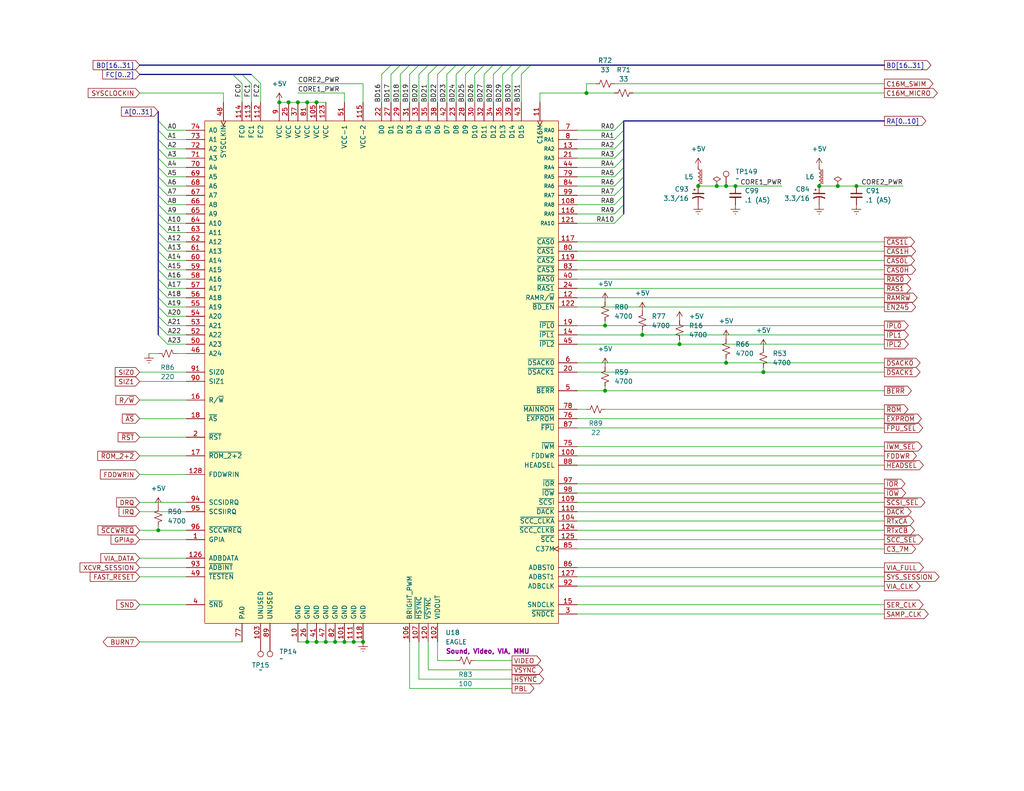
<source format=kicad_sch>
(kicad_sch (version 20250114) (generator "eeschema") (generator_version "9.0")
  (paper "USLetter")
  (title_block (title "Macintosh Classic II Revision B") (date "2025-05-29") (company "Apple Computer") (comment 1 "drawn by Bradley Bell"))
  (lib_symbols
    (symbol "AppleASIC:EAGLE" (pin_names (offset 1.016))
      (property "Reference" "U" (at -1.27 12.7 0))
      (property "Value" "EAGLE" (at 0 19.05 0))
      (symbol "EAGLE_1_1"
        (rectangle (start -48.26 73.66) (end 48.26 -63.5) (fill (type background)))
        (pin input line (at -53.34 71.12 0) (length 5.08) (name "A0") (number "74"))
        (pin input line (at -53.34 68.58 0) (length 5.08) (name "A1") (number "73"))
        (pin input line (at -53.34 66.04 0) (length 5.08) (name "A2") (number "72"))
        (pin input line (at -53.34 63.5 0) (length 5.08) (name "A3") (number "71"))
        (pin input line (at -53.34 60.96 0) (length 5.08) (name "A4") (number "70"))
        (pin input line (at -53.34 58.42 0) (length 5.08) (name "A5") (number "69"))
        (pin input line (at -53.34 55.88 0) (length 5.08) (name "A6") (number "68"))
        (pin input line (at -53.34 53.34 0) (length 5.08) (name "A7") (number "67"))
        (pin input line (at -53.34 50.8 0) (length 5.08) (name "A8") (number "66"))
        (pin input line (at -53.34 48.26 0) (length 5.08) (name "A9") (number "65"))
        (pin input line (at -53.34 45.72 0) (length 5.08) (name "A10") (number "64"))
        (pin input line (at -53.34 43.18 0) (length 5.08) (name "A11") (number "63"))
        (pin input line (at -53.34 40.64 0) (length 5.08) (name "A12") (number "62"))
        (pin input line (at -53.34 38.1 0) (length 5.08) (name "A13") (number "61"))
        (pin input line (at -53.34 35.56 0) (length 5.08) (name "A14") (number "60"))
        (pin input line (at -53.34 33.02 0) (length 5.08) (name "A15") (number "59"))
        (pin input line (at -53.34 30.48 0) (length 5.08) (name "A16") (number "58"))
        (pin input line (at -53.34 27.94 0) (length 5.08) (name "A17") (number "57"))
        (pin input line (at -53.34 25.4 0) (length 5.08) (name "A18") (number "56"))
        (pin input line (at -53.34 22.86 0) (length 5.08) (name "A19") (number "55"))
        (pin input line (at -53.34 20.32 0) (length 5.08) (name "A20") (number "54"))
        (pin input line (at -53.34 17.78 0) (length 5.08) (name "A21") (number "53"))
        (pin input line (at -53.34 15.24 0) (length 5.08) (name "A22") (number "52"))
        (pin input line (at -53.34 12.7 0) (length 5.08) (name "A23") (number "50"))
        (pin input line (at -53.34 10.16 0) (length 5.08) (name "A24") (number "46"))
        (pin input line (at -53.34 5.08 0) (length 5.08) (name "SIZ0") (number "91"))
        (pin input line (at -53.34 2.54 0) (length 5.08) (name "SIZ1") (number "90"))
        (pin input line (at -53.34 -2.54 0) (length 5.08) (name "R/~{W}") (number "16"))
        (pin input line (at -53.34 -7.62 0) (length 5.08) (name "~{AS}") (number "18"))
        (pin input line (at -53.34 -12.7 0) (length 5.08) (name "~{RST}") (number "2"))
        (pin input line (at -53.34 -17.78 0) (length 5.08) (name "~{ROM_2+2}") (number "17"))
        (pin input line (at -53.34 -22.86 0) (length 5.08) (name "FDDWRIN") (number "128"))
        (pin input line (at -53.34 -30.48 0) (length 5.08) (name "SCSIDRQ") (number "94"))
        (pin input line (at -53.34 -33.02 0) (length 5.08) (name "SCSIIRQ") (number "95"))
        (pin input line (at -53.34 -38.1 0) (length 5.08) (name "~{SCCWREQ}") (number "96"))
        (pin input line (at -53.34 -40.64 0) (length 5.08) (name "GPIA") (number "1"))
        (pin input line (at -53.34 -45.72 0) (length 5.08) (name "ADBDATA") (number "126"))
        (pin input line (at -53.34 -48.26 0) (length 5.08) (name "~{ADBINT}") (number "93"))
        (pin input line (at -53.34 -50.8 0) (length 5.08) (name "~{TESTEN}") (number "49"))
        (pin input line (at -53.34 -58.42 0) (length 5.08) (name "~{SND}") (number "4"))
        (pin input clock (at -43.18 78.74 270) (length 5.08) (name "SYSCLKIN") (number "48"))
        (pin tri_state line (at -38.1 78.74 270) (length 5.08) (name "FC0") (number "114"))
        (pin bidirectional line (at -38.1 -68.58 90) (length 5.08) (name "PA0") (number "77"))
        (pin tri_state line (at -35.56 78.74 270) (length 5.08) (name "FC1") (number "113"))
        (pin tri_state line (at -33.02 78.74 270) (length 5.08) (name "FC2") (number "112"))
        (pin bidirectional line (at -33.02 -68.58 90) (length 5.08) (name "UNUSED") (number "103"))
        (pin bidirectional line (at -30.48 -68.58 90) (length 5.08) (name "UNUSED") (number "89"))
        (pin power_in line (at -27.94 78.74 270) (length 5.08) (name "VCC") (number "9"))
        (pin power_in line (at -25.4 78.74 270) (length 5.08) (name "VCC") (number "25"))
        (pin power_in line (at -22.86 78.74 270) (length 5.08) (name "VCC") (number "37"))
        (pin passive line (at -22.86 -68.58 90) (length 5.08) (name "GND") (number "10"))
        (pin power_in line (at -20.32 78.74 270) (length 5.08) (name "VCC") (number "81"))
        (pin passive line (at -20.32 -68.58 90) (length 5.08) (name "GND") (number "26"))
        (pin power_in line (at -17.78 78.74 270) (length 5.08) (name "VCC") (number "105"))
        (pin passive line (at -17.78 -68.58 90) (length 5.08) (name "GND") (number "41"))
        (pin power_in line (at -15.24 78.74 270) (length 5.08) (name "VCC") (number "123"))
        (pin passive line (at -15.24 -68.58 90) (length 5.08) (name "GND") (number "47"))
        (pin passive line (at -12.7 -68.58 90) (length 5.08) (name "GND") (number "82"))
        (pin power_in line (at -10.16 78.74 270) (length 5.08) (name "VCC-1") (number "51"))
        (pin passive line (at -10.16 -68.58 90) (length 5.08) (name "GND") (number "101"))
        (pin passive line (at -7.62 -68.58 90) (length 5.08) (name "GND") (number "111"))
        (pin power_in line (at -5.08 78.74 270) (length 5.08) (name "VCC-2") (number "115"))
        (pin passive line (at -5.08 -68.58 90) (length 5.08) (name "GND") (number "118"))
        (pin bidirectional line (at 0 78.74 270) (length 5.08) (name "D0") (number "22"))
        (pin bidirectional line (at 2.54 78.74 270) (length 5.08) (name "D1") (number "27"))
        (pin bidirectional line (at 5.08 78.74 270) (length 5.08) (name "D2") (number "29"))
        (pin bidirectional line (at 7.62 78.74 270) (length 5.08) (name "D3") (number "31"))
        (pin output line (at 7.62 -68.58 90) (length 5.08) (name "BRIGHT_PWM") (number "106"))
        (pin bidirectional line (at 10.16 78.74 270) (length 5.08) (name "D4") (number "33"))
        (pin output line (at 10.16 -68.58 90) (length 5.08) (name "~{HSYNC}") (number "107"))
        (pin bidirectional line (at 12.7 78.74 270) (length 5.08) (name "D5") (number "35"))
        (pin output line (at 12.7 -68.58 90) (length 5.08) (name "~{VSYNC}") (number "120"))
        (pin bidirectional line (at 15.24 78.74 270) (length 5.08) (name "D6") (number "38"))
        (pin output line (at 15.24 -68.58 90) (length 5.08) (name "VIDOUT") (number "102"))
        (pin bidirectional line (at 17.78 78.74 270) (length 5.08) (name "D7") (number "42"))
        (pin bidirectional line (at 20.32 78.74 270) (length 5.08) (name "D8") (number "23"))
        (pin bidirectional line (at 22.86 78.74 270) (length 5.08) (name "D9") (number "28"))
        (pin bidirectional line (at 25.4 78.74 270) (length 5.08) (name "D10") (number "30"))
        (pin bidirectional line (at 27.94 78.74 270) (length 5.08) (name "D11") (number "32"))
        (pin bidirectional line (at 30.48 78.74 270) (length 5.08) (name "D12") (number "34"))
        (pin bidirectional line (at 33.02 78.74 270) (length 5.08) (name "D13") (number "36"))
        (pin bidirectional line (at 35.56 78.74 270) (length 5.08) (name "D14") (number "39"))
        (pin bidirectional line (at 38.1 78.74 270) (length 5.08) (name "D15") (number "43"))
        (pin output clock (at 43.18 78.74 270) (length 5.08) (name "C16M") (number "11"))
        (pin output line (at 53.34 71.12 180) (length 5.08) (name "RA0") (number "7"))
        (pin output line (at 53.34 68.58 180) (length 5.08) (name "RA1") (number "8"))
        (pin output line (at 53.34 66.04 180) (length 5.08) (name "RA2") (number "13"))
        (pin output line (at 53.34 63.5 180) (length 5.08) (name "RA3") (number "21"))
        (pin output line (at 53.34 60.96 180) (length 5.08) (name "RA4") (number "44"))
        (pin output line (at 53.34 58.42 180) (length 5.08) (name "RA5") (number "79"))
        (pin output line (at 53.34 55.88 180) (length 5.08) (name "RA6") (number "84"))
        (pin output line (at 53.34 53.34 180) (length 5.08) (name "RA7") (number "99"))
        (pin output line (at 53.34 50.8 180) (length 5.08) (name "RA8") (number "108"))
        (pin output line (at 53.34 48.26 180) (length 5.08) (name "RA9") (number "116"))
        (pin output line (at 53.34 45.72 180) (length 5.08) (name "RA10") (number "121"))
        (pin output line (at 53.34 40.64 180) (length 5.08) (name "~{CAS0}") (number "117"))
        (pin output line (at 53.34 38.1 180) (length 5.08) (name "~{CAS1}") (number "80"))
        (pin output line (at 53.34 35.56 180) (length 5.08) (name "~{CAS2}") (number "119"))
        (pin output line (at 53.34 33.02 180) (length 5.08) (name "~{CAS3}") (number "83"))
        (pin output line (at 53.34 30.48 180) (length 5.08) (name "~{RAS0}") (number "40"))
        (pin output line (at 53.34 27.94 180) (length 5.08) (name "~{RAS1}") (number "24"))
        (pin output line (at 53.34 25.4 180) (length 5.08) (name "RAMR/~{W}") (number "12"))
        (pin output line (at 53.34 22.86 180) (length 5.08) (name "~{BD_EN}") (number "122"))
        (pin open_collector line (at 53.34 17.78 180) (length 5.08) (name "~{IPL0}") (number "19"))
        (pin open_collector line (at 53.34 15.24 180) (length 5.08) (name "~{IPL1}") (number "14"))
        (pin open_collector line (at 53.34 12.7 180) (length 5.08) (name "~{IPL2}") (number "45"))
        (pin output line (at 53.34 7.62 180) (length 5.08) (name "~{DSACK0}") (number "6"))
        (pin output line (at 53.34 5.08 180) (length 5.08) (name "~{DSACK1}") (number "20"))
        (pin output line (at 53.34 0 180) (length 5.08) (name "~{BERR}") (number "5"))
        (pin output line (at 53.34 -5.08 180) (length 5.08) (name "~{MAINROM}") (number "78"))
        (pin output line (at 53.34 -7.62 180) (length 5.08) (name "~{EXPROM}") (number "76"))
        (pin output line (at 53.34 -10.16 180) (length 5.08) (name "~{FPU}") (number "87"))
        (pin output line (at 53.34 -15.24 180) (length 5.08) (name "~{IWM}") (number "75"))
        (pin output line (at 53.34 -17.78 180) (length 5.08) (name "FDDWR") (number "100"))
        (pin output line (at 53.34 -20.32 180) (length 5.08) (name "HEADSEL") (number "88"))
        (pin output line (at 53.34 -25.4 180) (length 5.08) (name "~{IOR}") (number "97"))
        (pin output line (at 53.34 -27.94 180) (length 5.08) (name "~{IOW}") (number "98"))
        (pin output line (at 53.34 -30.48 180) (length 5.08) (name "~{SCSI}") (number "109"))
        (pin output line (at 53.34 -33.02 180) (length 5.08) (name "~{DACK}") (number "110"))
        (pin output line (at 53.34 -35.56 180) (length 5.08) (name "~{SCC_CLKA}") (number "104"))
        (pin output line (at 53.34 -38.1 180) (length 5.08) (name "~{SCC_CLKB}") (number "124"))
        (pin output line (at 53.34 -40.64 180) (length 5.08) (name "~{SCC}") (number "125"))
        (pin output clock (at 53.34 -43.18 180) (length 5.08) (name "C37M") (number "85"))
        (pin output line (at 53.34 -48.26 180) (length 5.08) (name "ADBST0") (number "86"))
        (pin output line (at 53.34 -50.8 180) (length 5.08) (name "ADBST1") (number "127"))
        (pin output line (at 53.34 -53.34 180) (length 5.08) (name "ADBCLK") (number "92"))
        (pin output line (at 53.34 -58.42 180) (length 5.08) (name "SNDCLK") (number "15"))
        (pin output line (at 53.34 -60.96 180) (length 5.08) (name "~{SNDCE}") (number "3"))
      )
    )
    (symbol "Connector:TestPoint" (pin_numbers (hide yes)) (pin_names (offset 0.762) (hide yes))
      (property "Reference" "TP" (at 0 6.858 0))
      (property "Value" "TestPoint" (at 0 5.08 0))
      (symbol "TestPoint_0_1"
        (circle (center 0 3.302) (radius 0.762))
      )
      (symbol "TestPoint_1_1"
        (pin passive line (at 0 0 90) (length 2.54) (name "1") (number "1"))
      )
    )
    (symbol "Device:C_Polarized_Small_US" (pin_numbers (hide yes)) (pin_names (offset 0.254) (hide yes))
      (property "Reference" "C" (at 0.254 1.778 0))
      (property "Value" "C_Polarized_Small_US" (at 0.254 -2.032 0))
      (symbol "C_Polarized_Small_US_0_1"
        (polyline (pts (xy -1.524 0.508) (xy 1.524 0.508)) (stroke (width 0.3048)))
        (polyline (pts (xy -1.27 1.524) (xy -0.762 1.524)))
        (polyline (pts (xy -1.016 1.27) (xy -1.016 1.778)))
        (arc (start -1.524 -0.762) (mid 0 -0.3734) (end 1.524 -0.762) (stroke (width 0.3048)))
      )
      (symbol "C_Polarized_Small_US_1_1"
        (pin passive line (at 0 2.54 270) (length 2.032) (name "~") (number "1"))
        (pin passive line (at 0 -2.54 90) (length 2.032) (name "~") (number "2"))
      )
    )
    (symbol "Device:C_Small" (pin_numbers (hide yes)) (pin_names (offset 0.254) (hide yes))
      (property "Reference" "C" (at 0.254 1.778 0))
      (property "Value" "C_Small" (at 0.254 -2.032 0))
      (symbol "C_Small_0_1"
        (polyline (pts (xy -1.524 0.508) (xy 1.524 0.508)) (stroke (width 0.3048)))
        (polyline (pts (xy -1.524 -0.508) (xy 1.524 -0.508)) (stroke (width 0.3302)))
      )
      (symbol "C_Small_1_1"
        (pin passive line (at 0 2.54 270) (length 2.032) (name "~") (number "1"))
        (pin passive line (at 0 -2.54 90) (length 2.032) (name "~") (number "2"))
      )
    )
    (symbol "Device:L_Ferrite_Small" (pin_numbers (hide yes)) (pin_names (offset 0.254) (hide yes))
      (property "Reference" "L" (at 1.27 1.016 0))
      (property "Value" "L_Ferrite_Small" (at 1.27 -1.27 0))
      (symbol "L_Ferrite_Small_0_1"
        (arc (start 0 2.032) (mid 0.5058 1.524) (end 0 1.016))
        (arc (start 0 1.016) (mid 0.5058 0.508) (end 0 0))
        (arc (start 0 0) (mid 0.5058 -0.508) (end 0 -1.016))
        (arc (start 0 -1.016) (mid 0.5058 -1.524) (end 0 -2.032))
        (polyline (pts (xy 0.762 1.651) (xy 0.762 1.905)))
        (polyline (pts (xy 0.762 1.143) (xy 0.762 1.397)))
        (polyline (pts (xy 0.762 0.635) (xy 0.762 0.889)))
        (polyline (pts (xy 0.762 0.127) (xy 0.762 0.381)))
        (polyline (pts (xy 0.762 -0.381) (xy 0.762 -0.127)))
        (polyline (pts (xy 0.762 -0.889) (xy 0.762 -0.635)))
        (polyline (pts (xy 0.762 -1.397) (xy 0.762 -1.143)))
        (polyline (pts (xy 0.762 -1.905) (xy 0.762 -1.651)))
        (polyline (pts (xy 1.016 1.905) (xy 1.016 1.651)))
        (polyline (pts (xy 1.016 1.397) (xy 1.016 1.143)))
        (polyline (pts (xy 1.016 0.889) (xy 1.016 0.635)))
        (polyline (pts (xy 1.016 0.381) (xy 1.016 0.127)))
        (polyline (pts (xy 1.016 -0.127) (xy 1.016 -0.381)))
        (polyline (pts (xy 1.016 -0.635) (xy 1.016 -0.889)))
        (polyline (pts (xy 1.016 -1.143) (xy 1.016 -1.397)))
        (polyline (pts (xy 1.016 -1.651) (xy 1.016 -1.905)))
      )
      (symbol "L_Ferrite_Small_1_1"
        (pin passive line (at 0 2.54 270) (length 0.508) (name "~") (number "1"))
        (pin passive line (at 0 -2.54 90) (length 0.508) (name "~") (number "2"))
      )
    )
    (symbol "Device:R_Small_US" (pin_numbers (hide yes)) (pin_names (offset 0.254) (hide yes))
      (property "Reference" "R" (at 0.762 0.508 0))
      (property "Value" "R_Small_US" (at 0.762 -1.016 0))
      (symbol "R_Small_US_1_1"
        (polyline (pts (xy 0 1.524) (xy 1.016 1.143) (xy 0 0.762) (xy -1.016 0.381) (xy 0 0)))
        (polyline (pts (xy 0 0) (xy 1.016 -0.381) (xy 0 -0.762) (xy -1.016 -1.143) (xy 0 -1.524)))
        (pin passive line (at 0 2.54 270) (length 1.016) (name "~") (number "1"))
        (pin passive line (at 0 -2.54 90) (length 1.016) (name "~") (number "2"))
      )
    )
    (symbol "power:+5V" (power) (pin_numbers (hide yes)) (pin_names (offset 0) (hide yes))
      (property "Value" "+5V" (at 0 3.556 0))
      (symbol "+5V_0_1"
        (polyline (pts (xy -0.762 1.27) (xy 0 2.54)))
        (polyline (pts (xy 0 2.54) (xy 0.762 1.27)))
        (polyline (pts (xy 0 0) (xy 0 2.54)))
      )
      (symbol "+5V_1_1"
        (pin power_in line (at 0 0 90) (length 0) (name "~") (number "1"))
      )
    )
    (symbol "power:GNDREF" (power) (pin_numbers (hide yes)) (pin_names (offset 0) (hide yes))
      (property "Value" "GNDREF" (at 0 -3.81 0))
      (symbol "GNDREF_0_1"
        (polyline (pts (xy -0.635 -1.905) (xy 0.635 -1.905)))
        (polyline (pts (xy -0.127 -2.54) (xy 0.127 -2.54)))
        (polyline (pts (xy 0 -1.27) (xy 0 0)))
        (polyline (pts (xy 1.27 -1.27) (xy -1.27 -1.27)))
      )
      (symbol "GNDREF_1_1"
        (pin power_in line (at 0 0 270) (length 0) (name "~") (number "1"))
      )
    )
    (symbol "power:PWR_FLAG" (power) (pin_numbers (hide yes)) (pin_names (offset 0) (hide yes))
      (property "Value" "PWR_FLAG" (at 0 3.81 0))
      (symbol "PWR_FLAG_0_0"
        (pin power_out line (at 0 0 90) (length 0) (name "~") (number "1"))
      )
      (symbol "PWR_FLAG_0_1"
        (polyline (pts (xy 0 0) (xy 0 1.27) (xy -1.016 1.905) (xy 0 2.54) (xy 1.016 1.905) (xy 0 1.27)))
      )
    )
  )
  (junction (at 86.36 175.26))
  (junction (at 228.6 50.8))
  (junction (at 175.26 91.44))
  (junction (at 91.44 175.26))
  (junction (at 81.28 27.94))
  (junction (at 185.42 93.98))
  (junction (at 233.68 50.8))
  (junction (at 76.2 27.94))
  (junction (at 88.9 175.26))
  (junction (at 190.5 50.8))
  (junction (at 208.28 101.6))
  (junction (at 165.1 88.9))
  (junction (at 223.52 50.8))
  (junction (at 93.98 175.26))
  (junction (at 86.36 27.94))
  (junction (at 198.12 50.8))
  (junction (at 160.02 25.4))
  (junction (at 83.82 175.26))
  (junction (at 96.52 175.26))
  (junction (at 83.82 27.94))
  (junction (at 200.66 50.8))
  (junction (at 195.58 50.8))
  (junction (at 43.18 144.78))
  (junction (at 198.12 99.06))
  (junction (at 165.1 106.68))
  (junction (at 99.06 175.26))
  (junction (at 78.74 27.94))
  (bus_entry (at 43.18 33.02) (size 2.54 2.54))
  (bus_entry (at 167.64 40.64) (size 2.54 -2.54))
  (bus_entry (at 167.64 55.88) (size 2.54 -2.54))
  (bus_entry (at 167.64 38.1) (size 2.54 -2.54))
  (bus_entry (at 167.64 53.34) (size 2.54 -2.54))
  (bus_entry (at 66.04 22.86) (size -2.54 -2.54))
  (bus_entry (at 68.58 22.86) (size -2.54 -2.54))
  (bus_entry (at 43.18 66.04) (size 2.54 2.54))
  (bus_entry (at 167.64 45.72) (size 2.54 -2.54))
  (bus_entry (at 43.18 68.58) (size 2.54 2.54))
  (bus_entry (at 167.64 48.26) (size 2.54 -2.54))
  (bus_entry (at 43.18 88.9) (size 2.54 2.54))
  (bus_entry (at 139.7 20.32) (size 2.54 -2.54))
  (bus_entry (at 114.3 20.32) (size 2.54 -2.54))
  (bus_entry (at 43.18 53.34) (size 2.54 2.54))
  (bus_entry (at 43.18 63.5) (size 2.54 2.54))
  (bus_entry (at 43.18 38.1) (size 2.54 2.54))
  (bus_entry (at 43.18 81.28) (size 2.54 2.54))
  (bus_entry (at 43.18 83.82) (size 2.54 2.54))
  (bus_entry (at 43.18 55.88) (size 2.54 2.54))
  (bus_entry (at 43.18 40.64) (size 2.54 2.54))
  (bus_entry (at 106.68 20.32) (size 2.54 -2.54))
  (bus_entry (at 43.18 71.12) (size 2.54 2.54))
  (bus_entry (at 43.18 73.66) (size 2.54 2.54))
  (bus_entry (at 121.92 20.32) (size 2.54 -2.54))
  (bus_entry (at 167.64 58.42) (size 2.54 -2.54))
  (bus_entry (at 132.08 20.32) (size 2.54 -2.54))
  (bus_entry (at 127 20.32) (size 2.54 -2.54))
  (bus_entry (at 43.18 60.96) (size 2.54 2.54))
  (bus_entry (at 43.18 58.42) (size 2.54 2.54))
  (bus_entry (at 43.18 45.72) (size 2.54 2.54))
  (bus_entry (at 111.76 20.32) (size 2.54 -2.54))
  (bus_entry (at 119.38 20.32) (size 2.54 -2.54))
  (bus_entry (at 134.62 20.32) (size 2.54 -2.54))
  (bus_entry (at 124.46 20.32) (size 2.54 -2.54))
  (bus_entry (at 167.64 50.8) (size 2.54 -2.54))
  (bus_entry (at 43.18 86.36) (size 2.54 2.54))
  (bus_entry (at 142.24 20.32) (size 2.54 -2.54))
  (bus_entry (at 167.64 35.56) (size 2.54 -2.54))
  (bus_entry (at 167.64 60.96) (size 2.54 -2.54))
  (bus_entry (at 43.18 78.74) (size 2.54 2.54))
  (bus_entry (at 43.18 50.8) (size 2.54 2.54))
  (bus_entry (at 137.16 20.32) (size 2.54 -2.54))
  (bus_entry (at 43.18 43.18) (size 2.54 2.54))
  (bus_entry (at 43.18 35.56) (size 2.54 2.54))
  (bus_entry (at 43.18 76.2) (size 2.54 2.54))
  (bus_entry (at 71.12 22.86) (size -2.54 -2.54))
  (bus_entry (at 116.84 20.32) (size 2.54 -2.54))
  (bus_entry (at 43.18 48.26) (size 2.54 2.54))
  (bus_entry (at 167.64 43.18) (size 2.54 -2.54))
  (bus_entry (at 109.22 20.32) (size 2.54 -2.54))
  (bus_entry (at 129.54 20.32) (size 2.54 -2.54))
  (bus_entry (at 43.18 91.44) (size 2.54 2.54))
  (bus_entry (at 104.14 20.32) (size 2.54 -2.54))
  (wire (pts (xy 157.48 73.66) (xy 241.3 73.66)))
  (wire (pts (xy 157.48 60.96) (xy 167.64 60.96)))
  (wire (pts (xy 45.72 60.96) (xy 50.8 60.96)))
  (wire (pts (xy 96.52 175.26) (xy 99.06 175.26)))
  (wire (pts (xy 38.1 25.4) (xy 60.96 25.4)))
  (wire (pts (xy 45.72 68.58) (xy 50.8 68.58)))
  (bus (pts (xy 144.78 17.78) (xy 241.3 17.78)))
  (wire (pts (xy 86.36 27.94) (xy 88.9 27.94)))
  (bus (pts (xy 142.24 17.78) (xy 144.78 17.78)))
  (bus (pts (xy 43.18 50.8) (xy 43.18 48.26)))
  (wire (pts (xy 157.48 48.26) (xy 167.64 48.26)))
  (bus (pts (xy 116.84 17.78) (xy 119.38 17.78)))
  (wire (pts (xy 147.32 25.4) (xy 160.02 25.4)))
  (wire (pts (xy 160.02 22.86) (xy 160.02 25.4)))
  (wire (pts (xy 119.38 180.34) (xy 119.38 175.26)))
  (bus (pts (xy 43.18 86.36) (xy 43.18 83.82)))
  (wire (pts (xy 185.42 93.98) (xy 241.3 93.98)))
  (bus (pts (xy 124.46 17.78) (xy 127 17.78)))
  (wire (pts (xy 175.26 90.17) (xy 175.26 91.44)))
  (wire (pts (xy 45.72 35.56) (xy 50.8 35.56)))
  (wire (pts (xy 241.3 167.64) (xy 157.48 167.64)))
  (wire (pts (xy 198.12 50.8) (xy 195.58 50.8)))
  (wire (pts (xy 93.98 175.26) (xy 96.52 175.26)))
  (wire (pts (xy 241.3 88.9) (xy 165.1 88.9)))
  (bus (pts (xy 170.18 45.72) (xy 170.18 43.18)))
  (wire (pts (xy 81.28 22.86) (xy 99.06 22.86)))
  (bus (pts (xy 43.18 81.28) (xy 43.18 78.74)))
  (wire (pts (xy 38.1 137.16) (xy 50.8 137.16)))
  (wire (pts (xy 157.48 165.1) (xy 241.3 165.1)))
  (bus (pts (xy 43.18 55.88) (xy 43.18 53.34)))
  (bus (pts (xy 66.04 20.32) (xy 63.5 20.32)))
  (wire (pts (xy 114.3 185.42) (xy 114.3 175.26)))
  (wire (pts (xy 139.7 185.42) (xy 114.3 185.42)))
  (wire (pts (xy 241.3 101.6) (xy 208.28 101.6)))
  (wire (pts (xy 185.42 92.71) (xy 185.42 93.98)))
  (wire (pts (xy 45.72 48.26) (xy 50.8 48.26)))
  (wire (pts (xy 38.1 152.4) (xy 50.8 152.4)))
  (wire (pts (xy 157.48 139.7) (xy 241.3 139.7)))
  (wire (pts (xy 157.48 55.88) (xy 167.64 55.88)))
  (bus (pts (xy 139.7 17.78) (xy 142.24 17.78)))
  (bus (pts (xy 170.18 55.88) (xy 170.18 53.34)))
  (wire (pts (xy 157.48 53.34) (xy 167.64 53.34)))
  (wire (pts (xy 83.82 27.94) (xy 86.36 27.94)))
  (wire (pts (xy 157.48 35.56) (xy 167.64 35.56)))
  (bus (pts (xy 43.18 63.5) (xy 43.18 60.96)))
  (wire (pts (xy 43.18 144.78) (xy 50.8 144.78)))
  (wire (pts (xy 157.48 45.72) (xy 167.64 45.72)))
  (wire (pts (xy 157.48 40.64) (xy 167.64 40.64)))
  (wire (pts (xy 241.3 22.86) (xy 167.64 22.86)))
  (wire (pts (xy 157.48 154.94) (xy 241.3 154.94)))
  (wire (pts (xy 38.1 129.54) (xy 50.8 129.54)))
  (wire (pts (xy 121.92 20.32) (xy 121.92 27.94)))
  (wire (pts (xy 241.3 25.4) (xy 172.72 25.4)))
  (wire (pts (xy 157.48 137.16) (xy 241.3 137.16)))
  (wire (pts (xy 91.44 175.26) (xy 93.98 175.26)))
  (bus (pts (xy 43.18 48.26) (xy 43.18 45.72)))
  (wire (pts (xy 165.1 88.9) (xy 157.48 88.9)))
  (wire (pts (xy 241.3 83.82) (xy 157.48 83.82)))
  (bus (pts (xy 43.18 66.04) (xy 43.18 63.5)))
  (bus (pts (xy 43.18 88.9) (xy 43.18 86.36)))
  (wire (pts (xy 208.28 100.33) (xy 208.28 101.6)))
  (wire (pts (xy 109.22 20.32) (xy 109.22 27.94)))
  (wire (pts (xy 208.28 101.6) (xy 157.48 101.6)))
  (bus (pts (xy 43.18 76.2) (xy 43.18 73.66)))
  (wire (pts (xy 157.48 43.18) (xy 167.64 43.18)))
  (wire (pts (xy 45.72 78.74) (xy 50.8 78.74)))
  (wire (pts (xy 241.3 99.06) (xy 198.12 99.06)))
  (wire (pts (xy 157.48 116.84) (xy 241.3 116.84)))
  (bus (pts (xy 132.08 17.78) (xy 134.62 17.78)))
  (wire (pts (xy 78.74 27.94) (xy 81.28 27.94)))
  (wire (pts (xy 45.72 58.42) (xy 50.8 58.42)))
  (wire (pts (xy 157.48 38.1) (xy 167.64 38.1)))
  (wire (pts (xy 106.68 20.32) (xy 106.68 27.94)))
  (wire (pts (xy 200.66 50.8) (xy 198.12 50.8)))
  (wire (pts (xy 104.14 20.32) (xy 104.14 27.94)))
  (wire (pts (xy 76.2 27.94) (xy 78.74 27.94)))
  (wire (pts (xy 162.56 22.86) (xy 160.02 22.86)))
  (wire (pts (xy 45.72 93.98) (xy 50.8 93.98)))
  (wire (pts (xy 157.48 149.86) (xy 241.3 149.86)))
  (wire (pts (xy 66.04 22.86) (xy 66.04 27.94)))
  (wire (pts (xy 38.1 139.7) (xy 50.8 139.7)))
  (wire (pts (xy 38.1 109.22) (xy 50.8 109.22)))
  (wire (pts (xy 119.38 20.32) (xy 119.38 27.94)))
  (wire (pts (xy 45.72 73.66) (xy 50.8 73.66)))
  (wire (pts (xy 68.58 22.86) (xy 68.58 27.94)))
  (wire (pts (xy 175.26 91.44) (xy 157.48 91.44)))
  (wire (pts (xy 157.48 68.58) (xy 241.3 68.58)))
  (wire (pts (xy 38.1 119.38) (xy 50.8 119.38)))
  (bus (pts (xy 43.18 91.44) (xy 43.18 88.9)))
  (wire (pts (xy 81.28 25.4) (xy 93.98 25.4)))
  (wire (pts (xy 233.68 50.8) (xy 246.38 50.8)))
  (wire (pts (xy 139.7 180.34) (xy 129.54 180.34)))
  (wire (pts (xy 45.72 81.28) (xy 50.8 81.28)))
  (bus (pts (xy 170.18 50.8) (xy 170.18 48.26)))
  (wire (pts (xy 48.26 96.52) (xy 50.8 96.52)))
  (bus (pts (xy 170.18 40.64) (xy 170.18 38.1)))
  (wire (pts (xy 60.96 25.4) (xy 60.96 27.94)))
  (wire (pts (xy 132.08 20.32) (xy 132.08 27.94)))
  (bus (pts (xy 119.38 17.78) (xy 121.92 17.78)))
  (wire (pts (xy 45.72 45.72) (xy 50.8 45.72)))
  (wire (pts (xy 38.1 157.48) (xy 50.8 157.48)))
  (wire (pts (xy 38.1 104.14) (xy 50.8 104.14)))
  (bus (pts (xy 170.18 58.42) (xy 170.18 55.88)))
  (wire (pts (xy 157.48 93.98) (xy 185.42 93.98)))
  (bus (pts (xy 43.18 83.82) (xy 43.18 81.28)))
  (wire (pts (xy 88.9 175.26) (xy 91.44 175.26)))
  (wire (pts (xy 81.28 175.26) (xy 83.82 175.26)))
  (wire (pts (xy 45.72 53.34) (xy 50.8 53.34)))
  (wire (pts (xy 228.6 50.8) (xy 233.68 50.8)))
  (bus (pts (xy 121.92 17.78) (xy 124.46 17.78)))
  (bus (pts (xy 137.16 17.78) (xy 139.7 17.78)))
  (wire (pts (xy 213.36 50.8) (xy 200.66 50.8)))
  (bus (pts (xy 170.18 43.18) (xy 170.18 40.64)))
  (wire (pts (xy 157.48 132.08) (xy 241.3 132.08)))
  (wire (pts (xy 139.7 187.96) (xy 111.76 187.96)))
  (wire (pts (xy 45.72 76.2) (xy 50.8 76.2)))
  (wire (pts (xy 71.12 22.86) (xy 71.12 27.94)))
  (wire (pts (xy 157.48 71.12) (xy 241.3 71.12)))
  (bus (pts (xy 43.18 38.1) (xy 43.18 35.56)))
  (wire (pts (xy 127 20.32) (xy 127 27.94)))
  (wire (pts (xy 45.72 63.5) (xy 50.8 63.5)))
  (bus (pts (xy 43.18 71.12) (xy 43.18 68.58)))
  (wire (pts (xy 45.72 83.82) (xy 50.8 83.82)))
  (wire (pts (xy 241.3 144.78) (xy 157.48 144.78)))
  (wire (pts (xy 157.48 78.74) (xy 241.3 78.74)))
  (bus (pts (xy 114.3 17.78) (xy 116.84 17.78)))
  (wire (pts (xy 165.1 105.41) (xy 165.1 106.68)))
  (wire (pts (xy 157.48 157.48) (xy 241.3 157.48)))
  (bus (pts (xy 111.76 17.78) (xy 114.3 17.78)))
  (wire (pts (xy 45.72 43.18) (xy 50.8 43.18)))
  (wire (pts (xy 38.1 175.26) (xy 66.04 175.26)))
  (bus (pts (xy 129.54 17.78) (xy 132.08 17.78)))
  (wire (pts (xy 157.48 121.92) (xy 241.3 121.92)))
  (wire (pts (xy 45.72 66.04) (xy 50.8 66.04)))
  (bus (pts (xy 43.18 78.74) (xy 43.18 76.2)))
  (bus (pts (xy 43.18 68.58) (xy 43.18 66.04)))
  (wire (pts (xy 165.1 111.76) (xy 241.3 111.76)))
  (wire (pts (xy 129.54 20.32) (xy 129.54 27.94)))
  (bus (pts (xy 43.18 53.34) (xy 43.18 50.8)))
  (wire (pts (xy 50.8 165.1) (xy 38.1 165.1)))
  (wire (pts (xy 157.48 50.8) (xy 167.64 50.8)))
  (bus (pts (xy 43.18 40.64) (xy 43.18 38.1)))
  (wire (pts (xy 93.98 25.4) (xy 93.98 27.94)))
  (wire (pts (xy 157.48 99.06) (xy 198.12 99.06)))
  (wire (pts (xy 50.8 101.6) (xy 38.1 101.6)))
  (bus (pts (xy 170.18 48.26) (xy 170.18 45.72)))
  (wire (pts (xy 38.1 154.94) (xy 50.8 154.94)))
  (bus (pts (xy 43.18 58.42) (xy 43.18 55.88)))
  (bus (pts (xy 38.1 17.78) (xy 106.68 17.78)))
  (wire (pts (xy 139.7 182.88) (xy 116.84 182.88)))
  (wire (pts (xy 241.3 106.68) (xy 165.1 106.68)))
  (wire (pts (xy 111.76 187.96) (xy 111.76 175.26)))
  (bus (pts (xy 170.18 38.1) (xy 170.18 35.56)))
  (wire (pts (xy 241.3 142.24) (xy 157.48 142.24)))
  (wire (pts (xy 83.82 175.26) (xy 86.36 175.26)))
  (wire (pts (xy 124.46 20.32) (xy 124.46 27.94)))
  (bus (pts (xy 109.22 17.78) (xy 111.76 17.78)))
  (wire (pts (xy 165.1 106.68) (xy 157.48 106.68)))
  (wire (pts (xy 38.1 124.46) (xy 50.8 124.46)))
  (wire (pts (xy 45.72 50.8) (xy 50.8 50.8)))
  (wire (pts (xy 43.18 143.51) (xy 43.18 144.78)))
  (wire (pts (xy 139.7 20.32) (xy 139.7 27.94)))
  (wire (pts (xy 86.36 175.26) (xy 88.9 175.26)))
  (wire (pts (xy 157.48 58.42) (xy 167.64 58.42)))
  (wire (pts (xy 157.48 81.28) (xy 241.3 81.28)))
  (wire (pts (xy 198.12 97.79) (xy 198.12 99.06)))
  (wire (pts (xy 137.16 20.32) (xy 137.16 27.94)))
  (wire (pts (xy 81.28 27.94) (xy 83.82 27.94)))
  (wire (pts (xy 157.48 66.04) (xy 241.3 66.04)))
  (wire (pts (xy 38.1 144.78) (xy 43.18 144.78)))
  (wire (pts (xy 157.48 147.32) (xy 241.3 147.32)))
  (wire (pts (xy 147.32 25.4) (xy 147.32 27.94)))
  (bus (pts (xy 170.18 33.02) (xy 241.3 33.02)))
  (wire (pts (xy 241.3 124.46) (xy 157.48 124.46)))
  (wire (pts (xy 40.64 96.52) (xy 43.18 96.52)))
  (bus (pts (xy 170.18 53.34) (xy 170.18 50.8)))
  (wire (pts (xy 45.72 55.88) (xy 50.8 55.88)))
  (bus (pts (xy 106.68 17.78) (xy 109.22 17.78)))
  (wire (pts (xy 157.48 134.62) (xy 241.3 134.62)))
  (bus (pts (xy 43.18 45.72) (xy 43.18 43.18)))
  (wire (pts (xy 45.72 38.1) (xy 50.8 38.1)))
  (bus (pts (xy 66.04 20.32) (xy 68.58 20.32)))
  (wire (pts (xy 116.84 182.88) (xy 116.84 175.26)))
  (wire (pts (xy 165.1 87.63) (xy 165.1 88.9)))
  (wire (pts (xy 124.46 180.34) (xy 119.38 180.34)))
  (wire (pts (xy 195.58 50.8) (xy 190.5 50.8)))
  (wire (pts (xy 142.24 20.32) (xy 142.24 27.94)))
  (wire (pts (xy 223.52 50.8) (xy 228.6 50.8)))
  (bus (pts (xy 43.18 33.02) (xy 43.18 30.48)))
  (bus (pts (xy 38.1 20.32) (xy 63.5 20.32)))
  (wire (pts (xy 99.06 22.86) (xy 99.06 27.94)))
  (wire (pts (xy 134.62 20.32) (xy 134.62 27.94)))
  (bus (pts (xy 43.18 43.18) (xy 43.18 40.64)))
  (wire (pts (xy 114.3 20.32) (xy 114.3 27.94)))
  (bus (pts (xy 43.18 35.56) (xy 43.18 33.02)))
  (wire (pts (xy 45.72 71.12) (xy 50.8 71.12)))
  (wire (pts (xy 45.72 40.64) (xy 50.8 40.64)))
  (wire (pts (xy 45.72 86.36) (xy 50.8 86.36)))
  (wire (pts (xy 241.3 91.44) (xy 175.26 91.44)))
  (wire (pts (xy 157.48 160.02) (xy 241.3 160.02)))
  (wire (pts (xy 116.84 20.32) (xy 116.84 27.94)))
  (wire (pts (xy 160.02 111.76) (xy 157.48 111.76)))
  (wire (pts (xy 38.1 114.3) (xy 50.8 114.3)))
  (bus (pts (xy 134.62 17.78) (xy 137.16 17.78)))
  (wire (pts (xy 241.3 114.3) (xy 157.48 114.3)))
  (wire (pts (xy 45.72 91.44) (xy 50.8 91.44)))
  (bus (pts (xy 43.18 73.66) (xy 43.18 71.12)))
  (wire (pts (xy 45.72 88.9) (xy 50.8 88.9)))
  (wire (pts (xy 38.1 147.32) (xy 50.8 147.32)))
  (wire (pts (xy 111.76 20.32) (xy 111.76 27.94)))
  (bus (pts (xy 170.18 35.56) (xy 170.18 33.02)))
  (bus (pts (xy 127 17.78) (xy 129.54 17.78)))
  (wire (pts (xy 157.48 127) (xy 241.3 127)))
  (wire (pts (xy 157.48 76.2) (xy 241.3 76.2)))
  (bus (pts (xy 43.18 60.96) (xy 43.18 58.42)))
  (wire (pts (xy 167.64 25.4) (xy 160.02 25.4)))
  (label "RA3" (at 167.64 43.18 180))
  (label "A13" (at 45.72 68.58 0))
  (label "A2" (at 45.72 40.64 0))
  (label "RA1" (at 167.64 38.1 180))
  (label "A20" (at 45.72 86.36 0))
  (label "BD31" (at 142.24 22.86 270))
  (label "A21" (at 45.72 88.9 0))
  (label "A8" (at 45.72 55.88 0))
  (label "A6" (at 45.72 50.8 0))
  (label "A19" (at 45.72 83.82 0))
  (label "A0" (at 45.72 35.56 0))
  (label "CORE1_PWR" (at 213.36 50.8 180))
  (label "RA4" (at 167.64 45.72 180))
  (label "BD20" (at 114.3 22.86 270))
  (label "RA8" (at 167.64 55.88 180))
  (label "BD22" (at 119.38 22.86 270))
  (label "A4" (at 45.72 45.72 0))
  (label "A17" (at 45.72 78.74 0))
  (label "RA0" (at 167.64 35.56 180))
  (label "BD23" (at 121.92 22.86 270))
  (label "RA6" (at 167.64 50.8 180))
  (label "BD29" (at 137.16 22.86 270))
  (label "A5" (at 45.72 48.26 0))
  (label "A16" (at 45.72 76.2 0))
  (label "A18" (at 45.72 81.28 0))
  (label "BD28" (at 134.62 22.86 270))
  (label "FC2" (at 71.12 22.86 270))
  (label "BD21" (at 116.84 22.86 270))
  (label "FC0" (at 66.04 22.86 270))
  (label "CORE2_PWR" (at 246.38 50.8 180))
  (label "BD26" (at 129.54 22.86 270))
  (label "BD16" (at 104.14 22.86 270))
  (label "A23" (at 45.72 93.98 0))
  (label "RA5" (at 167.64 48.26 180))
  (label "A11" (at 45.72 63.5 0))
  (label "A10" (at 45.72 60.96 0))
  (label "A15" (at 45.72 73.66 0))
  (label "A1" (at 45.72 38.1 0))
  (label "RA9" (at 167.64 58.42 180))
  (label "RA7" (at 167.64 53.34 180))
  (label "BD19" (at 111.76 22.86 270))
  (label "BD17" (at 106.68 22.86 270))
  (label "FC1" (at 68.58 22.86 270))
  (label "RA10" (at 167.64 60.96 180))
  (label "A7" (at 45.72 53.34 0))
  (label "A3" (at 45.72 43.18 0))
  (label "BD25" (at 127 22.86 270))
  (label "BD30" (at 139.7 22.86 270))
  (label "CORE2_PWR" (at 81.28 22.86 0))
  (label "BD27" (at 132.08 22.86 270))
  (label "RA2" (at 167.64 40.64 180))
  (label "BD24" (at 124.46 22.86 270))
  (label "A12" (at 45.72 66.04 0))
  (label "A22" (at 45.72 91.44 0))
  (label "A9" (at 45.72 58.42 0))
  (label "BD18" (at 109.22 22.86 270))
  (label "CORE1_PWR" (at 81.28 25.4 0))
  (label "A14" (at 45.72 71.12 0))
  (global_label "BD[16..31]" (shape output) (at 241.3 17.78 0) (property "Intersheetrefs" "${INTERSHEET_REFS}" (at 254.5662 17.78 0) (effects (justify left))))
  (global_label "~{DACK}" (shape output) (at 241.3 139.7 0) (property "Intersheetrefs" "${INTERSHEET_REFS}" (at 249.1838 139.7 0) (effects (justify left))))
  (global_label "~{ROM_2+2}" (shape input) (at 38.1 124.46 180) (property "Intersheetrefs" "${INTERSHEET_REFS}" (at 26.1039 124.46 0) (effects (justify right))))
  (global_label "SYSCLOCKIN" (shape input) (at 38.1 25.4 180) (property "Intersheetrefs" "${INTERSHEET_REFS}" (at 23.5033 25.4 0) (effects (justify right))))
  (global_label "VIDEO" (shape output) (at 139.7 180.34 0) (property "Intersheetrefs" "${INTERSHEET_REFS}" (at 148.1281 180.34 0) (effects (justify left))))
  (global_label "VIA_FULL" (shape output) (at 241.3 154.94 0) (property "Intersheetrefs" "${INTERSHEET_REFS}" (at 252.5101 154.94 0) (effects (justify left))))
  (global_label "~{IPL0}" (shape output) (at 241.3 88.9 0) (property "Intersheetrefs" "${INTERSHEET_REFS}" (at 248.3976 88.9 0) (effects (justify left))))
  (global_label "~{RTxCB}" (shape output) (at 241.3 144.78 0) (property "Intersheetrefs" "${INTERSHEET_REFS}" (at 250.0909 144.78 0) (effects (justify left))))
  (global_label "~{BERR}" (shape output) (at 241.3 106.68 0) (property "Intersheetrefs" "${INTERSHEET_REFS}" (at 249.2442 106.68 0) (effects (justify left))))
  (global_label "~{HEADSEL}" (shape output) (at 241.3 127 0) (property "Intersheetrefs" "${INTERSHEET_REFS}" (at 252.5099 127 0) (effects (justify left))))
  (global_label "~{EN245}" (shape output) (at 241.3 83.82 0) (property "Intersheetrefs" "${INTERSHEET_REFS}" (at 250.3932 83.82 0) (effects (justify left))))
  (global_label "~{IPL1}" (shape output) (at 241.3 91.44 0) (property "Intersheetrefs" "${INTERSHEET_REFS}" (at 248.3976 91.44 0) (effects (justify left))))
  (global_label "~{DSACK1}" (shape output) (at 241.3 101.6 0) (property "Intersheetrefs" "${INTERSHEET_REFS}" (at 251.6028 101.6 0) (effects (justify left))))
  (global_label "~{VSYNC}" (shape output) (at 139.7 182.88 0) (property "Intersheetrefs" "${INTERSHEET_REFS}" (at 148.6724 182.88 0) (effects (justify left))))
  (global_label "~{IOR}" (shape output) (at 241.3 132.08 0) (property "Intersheetrefs" "${INTERSHEET_REFS}" (at 247.4905 132.08 0) (effects (justify left))))
  (global_label "~{FPU_SEL}" (shape output) (at 241.3 116.84 0) (property "Intersheetrefs" "${INTERSHEET_REFS}" (at 252.3285 116.84 0) (effects (justify left))))
  (global_label "SYS_SESSION" (shape output) (at 241.3 157.48 0) (property "Intersheetrefs" "${INTERSHEET_REFS}" (at 256.8037 157.48 0) (effects (justify left))))
  (global_label "SAMP_CLK" (shape output) (at 241.3 167.64 0) (property "Intersheetrefs" "${INTERSHEET_REFS}" (at 253.8404 167.64 0) (effects (justify left))))
  (global_label "~{HSYNC}" (shape output) (at 139.7 185.42 0) (property "Intersheetrefs" "${INTERSHEET_REFS}" (at 148.9143 185.42 0) (effects (justify left))))
  (global_label "~{RAS0}" (shape output) (at 241.3 76.2 0) (property "Intersheetrefs" "${INTERSHEET_REFS}" (at 249.0628 76.2 0) (effects (justify left))))
  (global_label "SIZ1" (shape input) (at 38.1 104.14 180) (property "Intersheetrefs" "${INTERSHEET_REFS}" (at 30.8815 104.14 0) (effects (justify right))))
  (global_label "~{CAS0L}" (shape output) (at 241.3 71.12 0) (property "Intersheetrefs" "${INTERSHEET_REFS}" (at 250.0909 71.12 0) (effects (justify left))))
  (global_label "SIZ0" (shape input) (at 38.1 101.6 180) (property "Intersheetrefs" "${INTERSHEET_REFS}" (at 30.8815 101.6 0) (effects (justify right))))
  (global_label "FC[0..2]" (shape input) (at 38.1 20.32 180) (property "Intersheetrefs" "${INTERSHEET_REFS}" (at 27.4342 20.32 0) (effects (justify right))))
  (global_label "~{ROM}" (shape output) (at 241.3 111.76 0) (property "Intersheetrefs" "${INTERSHEET_REFS}" (at 248.3371 111.76 0) (effects (justify left))))
  (global_label "PBL" (shape output) (at 139.7 187.96 0) (property "Intersheetrefs" "${INTERSHEET_REFS}" (at 146.2533 187.96 0) (effects (justify left))))
  (global_label "~{SCCWREQ}" (shape input) (at 38.1 144.78 180) (property "Intersheetrefs" "${INTERSHEET_REFS}" (at 26.1644 144.78 0) (effects (justify right))))
  (global_label "VIA_DATA" (shape input) (at 38.1 152.4 180) (property "Intersheetrefs" "${INTERSHEET_REFS}" (at 26.9504 152.4 0) (effects (justify right))))
  (global_label "~{DSACK0}" (shape output) (at 241.3 99.06 0) (property "Intersheetrefs" "${INTERSHEET_REFS}" (at 251.6028 99.06 0) (effects (justify left))))
  (global_label "FDDWRIN" (shape input) (at 38.1 129.54 180) (property "Intersheetrefs" "${INTERSHEET_REFS}" (at 26.8295 129.54 0) (effects (justify right))))
  (global_label "~{RAS1}" (shape output) (at 241.3 78.74 0) (property "Intersheetrefs" "${INTERSHEET_REFS}" (at 249.0628 78.74 0) (effects (justify left))))
  (global_label "~{EXPROM}" (shape output) (at 241.3 114.3 0) (property "Intersheetrefs" "${INTERSHEET_REFS}" (at 251.9656 114.3 0) (effects (justify left))))
  (global_label "R{slash}~{W}" (shape input) (at 38.1 109.22 180) (property "Intersheetrefs" "${INTERSHEET_REFS}" (at 31.0629 109.22 0) (effects (justify right))))
  (global_label "A[0..31]" (shape input) (at 43.18 30.48 180) (property "Intersheetrefs" "${INTERSHEET_REFS}" (at 32.5747 30.48 0) (effects (justify right))))
  (global_label "FAST_RESET" (shape input) (at 38.1 157.48 180) (property "Intersheetrefs" "${INTERSHEET_REFS}" (at 24.0478 157.48 0) (effects (justify right))))
  (global_label "GPIAp" (shape input) (at 38.1 147.32 180) (property "Intersheetrefs" "${INTERSHEET_REFS}" (at 29.7324 147.32 0) (effects (justify right))))
  (global_label "SND" (shape input) (at 38.1 165.1 180) (property "Intersheetrefs" "${INTERSHEET_REFS}" (at 31.3048 165.1 0) (effects (justify right))))
  (global_label "~{CAS0H}" (shape output) (at 241.3 73.66 0) (property "Intersheetrefs" "${INTERSHEET_REFS}" (at 250.3933 73.66 0) (effects (justify left))))
  (global_label "~{CAS1L}" (shape output) (at 241.3 66.04 0) (property "Intersheetrefs" "${INTERSHEET_REFS}" (at 250.0909 66.04 0) (effects (justify left))))
  (global_label "DRQ" (shape input) (at 38.1 137.16 180) (property "Intersheetrefs" "${INTERSHEET_REFS}" (at 31.2443 137.16 0) (effects (justify right))))
  (global_label "~{IPL2}" (shape output) (at 241.3 93.98 0) (property "Intersheetrefs" "${INTERSHEET_REFS}" (at 248.3976 93.98 0) (effects (justify left))))
  (global_label "C16M_SWIM" (shape output) (at 241.3 22.86 0) (property "Intersheetrefs" "${INTERSHEET_REFS}" (at 255.1103 22.86 0) (effects (justify left))))
  (global_label "~{RST}" (shape input) (at 38.1 119.38 180) (property "Intersheetrefs" "${INTERSHEET_REFS}" (at 31.6677 119.38 0) (effects (justify right))))
  (global_label "~{SCC_SEL}" (shape output) (at 241.3 147.32 0) (property "Intersheetrefs" "${INTERSHEET_REFS}" (at 252.3889 147.32 0) (effects (justify left))))
  (global_label "~{CAS1H}" (shape output) (at 241.3 68.58 0) (property "Intersheetrefs" "${INTERSHEET_REFS}" (at 250.3933 68.58 0) (effects (justify left))))
  (global_label "~{IOW}" (shape output) (at 241.3 134.62 0) (property "Intersheetrefs" "${INTERSHEET_REFS}" (at 247.6719 134.62 0) (effects (justify left))))
  (global_label "IRQ" (shape input) (at 38.1 139.7 180) (property "Intersheetrefs" "${INTERSHEET_REFS}" (at 31.9095 139.7 0) (effects (justify right))))
  (global_label "VIA_CLK" (shape output) (at 241.3 160.02 0) (property "Intersheetrefs" "${INTERSHEET_REFS}" (at 251.6029 160.02 0) (effects (justify left))))
  (global_label "BD[16..31]" (shape input) (at 38.1 17.78 180) (property "Intersheetrefs" "${INTERSHEET_REFS}" (at 24.8338 17.78 0) (effects (justify right))))
  (global_label "~{RAMRW}" (shape output) (at 241.3 81.28 0) (property "Intersheetrefs" "${INTERSHEET_REFS}" (at 250.8166 81.28 0) (effects (justify left))))
  (global_label "SER_CLK" (shape output) (at 241.3 165.1 0) (property "Intersheetrefs" "${INTERSHEET_REFS}" (at 252.4494 165.1 0) (effects (justify left))))
  (global_label "~{IWM_SEL}" (shape output) (at 241.3 121.92 0) (property "Intersheetrefs" "${INTERSHEET_REFS}" (at 252.147 121.92 0) (effects (justify left))))
  (global_label "XCVR_SESSION" (shape input) (at 38.1 154.94 180) (property "Intersheetrefs" "${INTERSHEET_REFS}" (at 21.2658 154.94 0) (effects (justify right))))
  (global_label "~{SCSI_SEL}" (shape output) (at 241.3 137.16 0) (property "Intersheetrefs" "${INTERSHEET_REFS}" (at 252.9332 137.16 0) (effects (justify left))))
  (global_label "RA[0..10]" (shape output) (at 241.3 33.02 0) (property "Intersheetrefs" "${INTERSHEET_REFS}" (at 253.1753 33.02 0) (effects (justify left))))
  (global_label "~{AS}" (shape input) (at 38.1 114.3 180) (property "Intersheetrefs" "${INTERSHEET_REFS}" (at 32.8167 114.3 0) (effects (justify right))))
  (global_label "C3_7M" (shape output) (at 241.3 149.86 0) (property "Intersheetrefs" "${INTERSHEET_REFS}" (at 250.3932 149.86 0) (effects (justify left))))
  (global_label "C16M_MICRO" (shape output) (at 241.3 25.4 0) (property "Intersheetrefs" "${INTERSHEET_REFS}" (at 256.3199 25.4 0) (effects (justify left))))
  (global_label "~{RTxCA}" (shape output) (at 241.3 142.24 0) (property "Intersheetrefs" "${INTERSHEET_REFS}" (at 249.9095 142.24 0) (effects (justify left))))
  (global_label "BURN7" (shape bidirectional) (at 38.1 175.26 180) (property "Intersheetrefs" "${INTERSHEET_REFS}" (at 27.593 175.26 0) (effects (justify right))))
  (global_label "FDDWR" (shape output) (at 241.3 124.46 0) (property "Intersheetrefs" "${INTERSHEET_REFS}" (at 250.6352 124.46 0) (effects (justify left))))
  (symbol (lib_id "power:GNDREF") (at 200.66 55.88 0) (unit 1)
    (property "Reference" "#PWR082" (effects (hide yes)))
    (property "Value" "GND" (effects (hide yes)))
    (property "Description" "Power symbol creates a global label with name \"GNDREF\" , reference supply ground" (effects (hide yes)))
  )
  (symbol (lib_id "power:+5V") (at 43.18 138.43 0) (unit 1)
    (property "Reference" "#PWR099" (effects (hide yes)))
    (property "Value" "+5V" (at 43.18 133.35 0))
    (property "Description" "Power symbol creates a global label with name \"+5V\"" (effects (hide yes)))
  )
  (symbol (lib_id "power:+5V") (at 76.2 27.94 0) (unit 1)
    (property "Reference" "#PWR077" (effects (hide yes)))
    (property "Value" "+5V" (at 76.2 22.86 0))
    (property "Description" "Power symbol creates a global label with name \"+5V\"" (effects (hide yes)))
  )
  (symbol (lib_id "power:PWR_FLAG") (at 195.58 50.8 0) (unit 1)
    (property "Reference" "#FLG015" (effects (hide yes)))
    (property "Value" "PWR_FLAG" (effects (hide yes)))
    (property "Description" "Special symbol for telling ERC where power comes from" (effects (hide yes)))
  )
  (symbol (lib_id "Device:R_Small_US") (at 165.1 102.87 0) (mirror y) (unit 1)
    (property "Reference" "R59" (at 167.64 101.5999 0) (effects (justify right)))
    (property "Value" "4700" (at 167.64 104.1399 0) (effects (justify right)))
    (property "Footprint" "MyPackage:SMD_0805_2012Metric_Pad1.25x1.65mm" (effects (hide yes)))
    (property "Description" "Resistor, small US symbol" (effects (hide yes)))
  )
  (symbol (lib_id "power:PWR_FLAG") (at 228.6 50.8 0) (unit 1)
    (property "Reference" "#FLG016" (effects (hide yes)))
    (property "Value" "PWR_FLAG" (effects (hide yes)))
    (property "Description" "Special symbol for telling ERC where power comes from" (effects (hide yes)))
  )
  (symbol (lib_id "power:GNDREF") (at 190.5 55.88 0) (mirror y) (unit 1)
    (property "Reference" "#PWR0216" (effects (hide yes)))
    (property "Value" "GND" (effects (hide yes)))
    (property "Description" "Power symbol creates a global label with name \"GNDREF\" , reference supply ground" (effects (hide yes)))
  )
  (symbol (lib_id "Device:R_Small_US") (at 175.26 87.63 0) (mirror x) (unit 1)
    (property "Reference" "R77" (at 177.8 86.3599 0) (effects (justify left)))
    (property "Value" "4700" (at 177.8 88.8999 0) (effects (justify left)))
    (property "Footprint" "MyPackage:SMD_0805_2012Metric_Pad1.25x1.65mm" (effects (hide yes)))
    (property "Description" "Resistor, small US symbol" (effects (hide yes)))
  )
  (symbol (lib_id "power:GNDREF") (at 233.68 55.88 0) (mirror y) (unit 1)
    (property "Reference" "#PWR0255" (effects (hide yes)))
    (property "Value" "GND" (effects (hide yes)))
    (property "Description" "Power symbol creates a global label with name \"GNDREF\" , reference supply ground" (effects (hide yes)))
  )
  (symbol (lib_id "power:+5V") (at 223.52 45.72 0) (unit 1)
    (property "Reference" "#PWR0254" (effects (hide yes)))
    (property "Value" "+5V" (at 223.52 40.64 0))
    (property "Description" "Power symbol creates a global label with name \"+5V\"" (effects (hide yes)))
  )
  (symbol (lib_id "Device:C_Polarized_Small_US") (at 223.52 53.34 0) (unit 1)
    (property "Reference" "C84" (at 220.98 51.6381 0) (effects (justify right)))
    (property "Value" "3.3/16" (at 220.98 54.1781 0) (effects (justify right)))
    (property "Footprint" "MyPackage:CP_EIA-3528-21_Kemet-B_Pad3.0x2.35mm_HandSolder" (effects (hide yes)))
    (property "Description" "Polarized capacitor, small US symbol" (effects (hide yes)))
  )
  (symbol (lib_id "power:+5V") (at 185.42 87.63 0) (unit 1)
    (property "Reference" "#PWR026" (effects (hide yes)))
    (property "Value" "+5V" (at 187.96 86.3599 0) (effects (justify left)))
    (property "Description" "Power symbol creates a global label with name \"+5V\"" (effects (hide yes)))
  )
  (symbol (lib_id "Connector:TestPoint") (at 198.12 50.8 0) (unit 1)
    (property "Reference" "TP149" (at 200.66 46.8629 0) (effects (justify left)))
    (property "Value" "~" (at 200.66 48.768 0) (effects (justify left)))
    (property "Footprint" "MyPackage:TestPoint_THTPad_D1.0mm_Drill0.5mm" (effects (hide yes)))
    (property "Description" "test point" (effects (hide yes)))
  )
  (symbol (lib_id "power:+5V") (at 190.5 45.72 0) (unit 1)
    (property "Reference" "#PWR0215" (effects (hide yes)))
    (property "Value" "+5V" (at 190.5 40.64 0))
    (property "Description" "Power symbol creates a global label with name \"+5V\"" (effects (hide yes)))
  )
  (symbol (lib_id "Device:R_Small_US") (at 162.56 111.76 90) (unit 1)
    (property "Reference" "R89" (at 162.56 115.57 90))
    (property "Value" "22" (at 162.56 118.11 90))
    (property "Footprint" "MyPackage:SMD_0805_2012Metric_Pad1.25x1.65mm" (effects (hide yes)))
    (property "Description" "Resistor, small US symbol" (effects (hide yes)))
  )
  (symbol (lib_id "Device:R_Small_US") (at 198.12 95.25 0) (mirror y) (unit 1)
    (property "Reference" "R66" (at 200.66 93.9799 0) (effects (justify right)))
    (property "Value" "4700" (at 200.66 96.5199 0) (effects (justify right)))
    (property "Footprint" "MyPackage:SMD_0805_2012Metric_Pad1.25x1.65mm" (effects (hide yes)))
    (property "Description" "Resistor, small US symbol" (effects (hide yes)))
  )
  (symbol (lib_id "power:GNDREF") (at 40.64 96.52 0) (mirror y) (unit 1)
    (property "Reference" "#PWR0299" (effects (hide yes)))
    (property "Value" "GND" (effects (hide yes)))
    (property "Description" "Power symbol creates a global label with name \"GNDREF\" , reference supply ground" (effects (hide yes)))
  )
  (symbol (lib_id "power:+5V") (at 198.12 92.71 0) (mirror y) (unit 1)
    (property "Reference" "#PWR053" (effects (hide yes)))
    (property "Value" "+5V" (at 198.12 87.63 0))
    (property "Description" "Power symbol creates a global label with name \"+5V\"" (effects (hide yes)))
  )
  (symbol (lib_id "Device:L_Ferrite_Small") (at 223.52 48.26 0) (unit 1)
    (property "Reference" "L6" (at 222.25 48.2599 0) (effects (justify right)))
    (property "Value" "L_Ferrite_Small" (effects (hide yes)))
    (property "Footprint" "MyPackage:L_2010_5025Metric_Pad2.0x2.2mm_HandSolder" (effects (hide yes)))
    (property "Description" "Inductor with ferrite core, small symbol" (effects (hide yes)))
  )
  (symbol (lib_id "Connector:TestPoint") (at 73.66 175.26 180) (unit 1)
    (property "Reference" "TP14" (at 76.2 177.9269 0) (effects (justify right)))
    (property "Value" "~" (at 76.2 179.832 0) (effects (justify right)))
    (property "Footprint" "MyPackage:TestPoint_THTPad_D1.0mm_Drill0.5mm" (effects (hide yes)))
    (property "Description" "test point" (effects (hide yes)))
  )
  (symbol (lib_id "Device:R_Small_US") (at 185.42 90.17 0) (unit 1)
    (property "Reference" "R16" (at 187.96 88.8999 0) (effects (justify left)))
    (property "Value" "4700" (at 187.96 91.4399 0) (effects (justify left)))
    (property "Footprint" "MyPackage:SMD_0805_2012Metric_Pad1.25x1.65mm" (effects (hide yes)))
    (property "Description" "Resistor, small US symbol" (effects (hide yes)))
  )
  (symbol (lib_id "Device:R_Small_US") (at 165.1 22.86 270) (unit 1)
    (property "Reference" "R72" (at 165.1 16.51 90))
    (property "Value" "33" (at 165.1 19.05 90))
    (property "Footprint" "MyPackage:SMD_0805_2012Metric_Pad1.25x1.65mm" (effects (hide yes)))
    (property "Description" "Resistor, small US symbol" (effects (hide yes)))
  )
  (symbol (lib_id "AppleASIC:EAGLE") (at 104.14 106.68 0) (unit 1)
    (property "Reference" "U18" (at 121.5233 172.72 0) (effects (justify left)))
    (property "Value" "EAGLE" (at 121.5233 175.26 0) (effects (justify left)))
    (property "Footprint" "MyPackage:TQFP-128_28x28mm_P0.8mm" (effects (hide yes)))
    (property "Description" "Sound, Video, VIA, MMU" (at 121.5233 177.8 0) (effects (font (thickness 0.254) (bold yes)) (justify left)))
  )
  (symbol (lib_id "Device:C_Small") (at 233.68 53.34 0) (unit 1)
    (property "Reference" "C91" (at 236.22 52.0762 0) (effects (justify left)))
    (property "Value" ".1 (A5)" (at 236.22 54.6162 0) (effects (justify left)))
    (property "Footprint" "MyPackage:SMD_0603_1608Metric_Pad1.52x1.02mm" (effects (hide yes)))
    (property "Description" "Unpolarized capacitor, small symbol" (effects (hide yes)))
  )
  (symbol (lib_id "Device:L_Ferrite_Small") (at 190.5 48.26 0) (unit 1)
    (property "Reference" "L5" (at 189.23 48.2599 0) (effects (justify right)))
    (property "Value" "L_Ferrite_Small" (effects (hide yes)))
    (property "Footprint" "MyPackage:L_2010_5025Metric_Pad2.0x2.2mm_HandSolder" (effects (hide yes)))
    (property "Description" "Inductor with ferrite core, small symbol" (effects (hide yes)))
  )
  (symbol (lib_id "Device:C_Polarized_Small_US") (at 190.5 53.34 0) (unit 1)
    (property "Reference" "C93" (at 187.96 51.6381 0) (effects (justify right)))
    (property "Value" "3.3/16" (at 187.96 54.1781 0) (effects (justify right)))
    (property "Footprint" "MyPackage:CP_EIA-3528-21_Kemet-B_Pad3.0x2.35mm_HandSolder" (effects (hide yes)))
    (property "Description" "Polarized capacitor, small US symbol" (effects (hide yes)))
  )
  (symbol (lib_id "power:+5V") (at 208.28 95.25 0) (unit 1)
    (property "Reference" "#PWR078" (effects (hide yes)))
    (property "Value" "+5V" (at 208.28 90.17 0))
    (property "Description" "Power symbol creates a global label with name \"+5V\"" (effects (hide yes)))
  )
  (symbol (lib_id "Device:R_Small_US") (at 127 180.34 90) (unit 1)
    (property "Reference" "R83" (at 127 184.15 90))
    (property "Value" "100" (at 127 186.69 90))
    (property "Footprint" "MyPackage:SMD_0805_2012Metric_Pad1.25x1.65mm" (effects (hide yes)))
    (property "Description" "Resistor, small US symbol" (effects (hide yes)))
  )
  (symbol (lib_id "power:GNDREF") (at 223.52 55.88 0) (mirror y) (unit 1)
    (property "Reference" "#PWR0253" (effects (hide yes)))
    (property "Value" "GND" (effects (hide yes)))
    (property "Description" "Power symbol creates a global label with name \"GNDREF\" , reference supply ground" (effects (hide yes)))
  )
  (symbol (lib_id "Device:R_Small_US") (at 165.1 85.09 0) (mirror y) (unit 1)
    (property "Reference" "R80" (at 167.64 83.8199 0) (effects (justify right)))
    (property "Value" "4700" (at 167.64 86.3599 0) (effects (justify right)))
    (property "Footprint" "MyPackage:SMD_0805_2012Metric_Pad1.25x1.65mm" (effects (hide yes)))
    (property "Description" "Resistor, small US symbol" (effects (hide yes)))
  )
  (symbol (lib_id "Device:C_Small") (at 200.66 53.34 0) (unit 1)
    (property "Reference" "C99" (at 203.2 52.0762 0) (effects (justify left)))
    (property "Value" ".1 (A5)" (at 203.2 54.6162 0) (effects (justify left)))
    (property "Footprint" "MyPackage:SMD_0603_1608Metric_Pad1.52x1.02mm" (effects (hide yes)))
    (property "Description" "Unpolarized capacitor, small symbol" (effects (hide yes)))
  )
  (symbol (lib_id "power:+5V") (at 175.26 85.09 0) (unit 1)
    (property "Reference" "#PWR0202" (effects (hide yes)))
    (property "Value" "+5V" (at 175.26 80.01 0))
    (property "Description" "Power symbol creates a global label with name \"+5V\"" (effects (hide yes)))
  )
  (symbol (lib_id "Connector:TestPoint") (at 71.12 175.26 180) (unit 1)
    (property "Reference" "TP15" (at 71.12 181.61 0))
    (property "Value" "~" (at 71.12 182.88 0))
    (property "Footprint" "MyPackage:TestPoint_THTPad_D1.0mm_Drill0.5mm" (effects (hide yes)))
    (property "Description" "test point" (effects (hide yes)))
  )
  (symbol (lib_id "power:+5V") (at 165.1 100.33 0) (mirror y) (unit 1)
    (property "Reference" "#PWR054" (effects (hide yes)))
    (property "Value" "+5V" (at 165.1 95.25 0))
    (property "Description" "Power symbol creates a global label with name \"+5V\"" (effects (hide yes)))
  )
  (symbol (lib_id "power:GNDREF") (at 99.06 175.26 0) (unit 1)
    (property "Reference" "#PWR080" (effects (hide yes)))
    (property "Value" "GND" (effects (hide yes)))
    (property "Description" "Power symbol creates a global label with name \"GNDREF\" , reference supply ground" (effects (hide yes)))
  )
  (symbol (lib_id "Device:R_Small_US") (at 208.28 97.79 0) (mirror y) (unit 1)
    (property "Reference" "R53" (at 210.82 96.5199 0) (effects (justify right)))
    (property "Value" "4700" (at 210.82 99.0599 0) (effects (justify right)))
    (property "Footprint" "MyPackage:SMD_0805_2012Metric_Pad1.25x1.65mm" (effects (hide yes)))
    (property "Description" "Resistor, small US symbol" (effects (hide yes)))
  )
  (symbol (lib_id "Device:R_Small_US") (at 170.18 25.4 270) (unit 1)
    (property "Reference" "R71" (at 170.18 19.05 90))
    (property "Value" "33" (at 170.18 21.59 90))
    (property "Footprint" "MyPackage:SMD_0805_2012Metric_Pad1.25x1.65mm" (effects (hide yes)))
    (property "Description" "Resistor, small US symbol" (effects (hide yes)))
  )
  (symbol (lib_id "power:+5V") (at 165.1 82.55 0) (unit 1)
    (property "Reference" "#PWR0227" (effects (hide yes)))
    (property "Value" "+5V" (at 165.1 77.47 0))
    (property "Description" "Power symbol creates a global label with name \"+5V\"" (effects (hide yes)))
  )
  (symbol (lib_id "Device:R_Small_US") (at 43.18 140.97 0) (mirror y) (unit 1)
    (property "Reference" "R50" (at 45.72 139.6999 0) (effects (justify right)))
    (property "Value" "4700" (at 45.72 142.2399 0) (effects (justify right)))
    (property "Footprint" "MyPackage:SMD_0805_2012Metric_Pad1.25x1.65mm" (effects (hide yes)))
    (property "Description" "Resistor, small US symbol" (effects (hide yes)))
  )
  (symbol (lib_id "Device:R_Small_US") (at 45.72 96.52 90) (mirror x) (unit 1)
    (property "Reference" "R86" (at 45.72 100.33 90))
    (property "Value" "220" (at 45.72 102.87 90))
    (property "Footprint" "MyPackage:SMD_0805_2012Metric_Pad1.25x1.65mm" (effects (hide yes)))
    (property "Description" "Resistor, small US symbol" (effects (hide yes)))
  )
)
</source>
